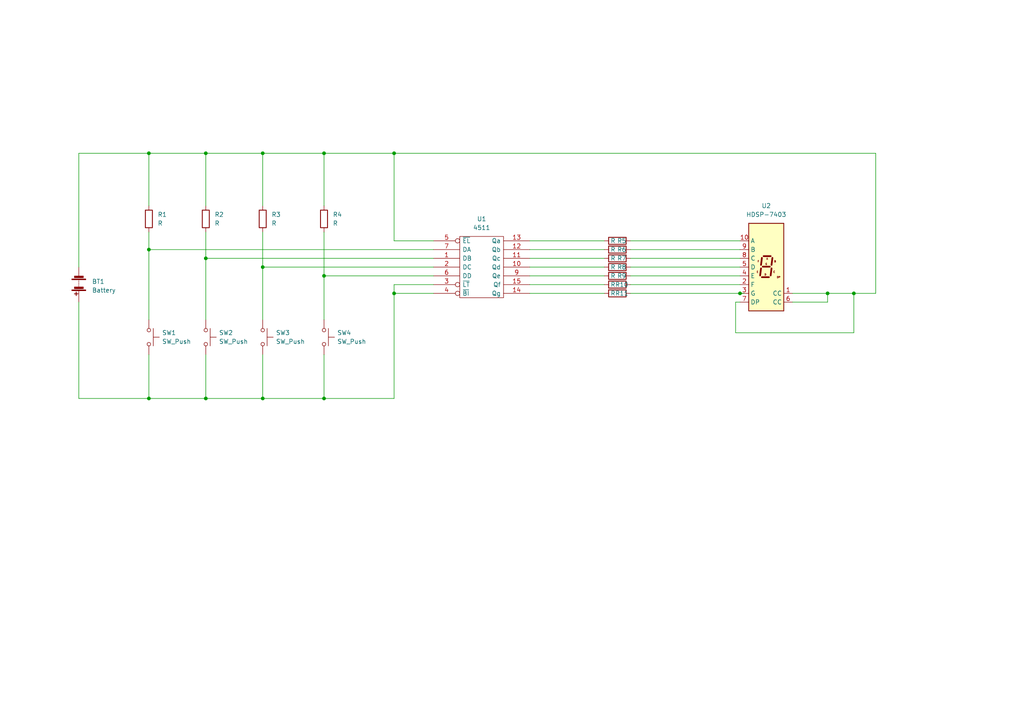
<source format=kicad_sch>
(kicad_sch (version 20211123) (generator eeschema)
  (paper "A4")
  (lib_symbols
    (symbol "4xxx_IEEE:4511" (pin_names (offset 0.762))
      (property "Reference" "U" (at 8.89 11.43 0))
      (property "Value" "4511" (at 8.89 -11.43 0))
      (symbol "4511_0_1"
        (rectangle (start -6.35 8.89) (end 6.35 -8.89))
      )
      (symbol "4511_1_1"
        (pin input line (at -13.97 2.54 0) (length 7.62) (name "DB") (number "1"))
        (pin output line (at 13.97 0 180) (length 7.62) (name "Qd") (number "10"))
        (pin output line (at 13.97 2.54 180) (length 7.62) (name "Qc") (number "11"))
        (pin output line (at 13.97 5.08 180) (length 7.62) (name "Qb") (number "12"))
        (pin output line (at 13.97 7.62 180) (length 7.62) (name "Qa") (number "13"))
        (pin output line (at 13.97 -7.62 180) (length 7.62) (name "Qg") (number "14"))
        (pin output line (at 13.97 -5.08 180) (length 7.62) (name "Qf") (number "15"))
        (pin power_in line (at 0 8.89 270) (length 0) hide (name "Vdd") (number "16"))
        (pin input line (at -13.97 0 0) (length 7.62) (name "DC") (number "2"))
        (pin input inverted (at -13.97 -5.08 0) (length 7.62) (name "~{LT}") (number "3"))
        (pin input inverted (at -13.97 -7.62 0) (length 7.62) (name "~{BI}") (number "4"))
        (pin input inverted (at -13.97 7.62 0) (length 7.62) (name "~{EL}") (number "5"))
        (pin input line (at -13.97 -2.54 0) (length 7.62) (name "DD") (number "6"))
        (pin input line (at -13.97 5.08 0) (length 7.62) (name "DA") (number "7"))
        (pin power_in line (at 0 -8.89 90) (length 0) hide (name "Vss") (number "8"))
        (pin output line (at 13.97 -2.54 180) (length 7.62) (name "Qe") (number "9"))
      )
    )
    (symbol "Device:Battery" (pin_numbers hide) (pin_names (offset 0) hide)
      (property "Reference" "BT" (at 2.54 2.54 0))
      (property "Value" "Battery" (at 2.54 0 0))
      (symbol "Battery_0_1"
        (rectangle (start -2.032 -1.397) (end 2.032 -1.651) (fill (type outline)))
        (rectangle (start -2.032 1.778) (end 2.032 1.524) (fill (type outline)))
        (rectangle (start -1.3208 -1.9812) (end 1.27 -2.4892) (fill (type outline)))
        (rectangle (start -1.3208 1.1938) (end 1.27 0.6858) (fill (type outline)))
        (polyline (pts (xy 0 -1.524) (xy 0 -1.27)))
        (polyline (pts (xy 0 -1.016) (xy 0 -0.762)))
        (polyline (pts (xy 0 -0.508) (xy 0 -0.254)))
        (polyline (pts (xy 0 0) (xy 0 0.254)))
        (polyline (pts (xy 0 0.508) (xy 0 0.762)))
        (polyline (pts (xy 0 1.778) (xy 0 2.54)))
        (polyline (pts (xy 0.254 2.667) (xy 1.27 2.667)) (stroke (width 0.254)))
        (polyline (pts (xy 0.762 3.175) (xy 0.762 2.159)) (stroke (width 0.254)))
      )
      (symbol "Battery_1_1"
        (pin passive line (at 0 5.08 270) (length 2.54) (name "+") (number "1"))
        (pin passive line (at 0 -5.08 90) (length 2.54) (name "-") (number "2"))
      )
    )
    (symbol "Device:R" (pin_numbers hide) (pin_names (offset 0))
      (property "Reference" "R" (at 2.032 0 90))
      (property "Value" "R" (at 0 0 90))
      (symbol "R_0_1"
        (rectangle (start -1.016 -2.54) (end 1.016 2.54) (stroke (width 0.254)))
      )
      (symbol "R_1_1"
        (pin passive line (at 0 3.81 270) (length 1.27) (name "~") (number "1"))
        (pin passive line (at 0 -3.81 90) (length 1.27) (name "~") (number "2"))
      )
    )
    (symbol "Display_Character:HDSP-7403"
      (property "Reference" "U" (at -3.81 13.97 0))
      (property "Value" "HDSP-7403" (at 6.35 13.97 0))
      (symbol "HDSP-7403_1_0"
        (text "A" (at 0.254 2.413 0) (effects (font (size 0.508 0.508))))
        (text "B" (at 2.54 1.651 0) (effects (font (size 0.508 0.508))))
        (text "C" (at 2.286 -1.397 0) (effects (font (size 0.508 0.508))))
        (text "D" (at -0.254 -2.159 0) (effects (font (size 0.508 0.508))))
        (text "DP" (at 3.556 -2.921 0) (effects (font (size 0.508 0.508))))
        (text "E" (at -2.54 -1.397 0) (effects (font (size 0.508 0.508))))
        (text "F" (at -2.286 1.651 0) (effects (font (size 0.508 0.508))))
        (text "G" (at 0 0.889 0) (effects (font (size 0.508 0.508))))
      )
      (symbol "HDSP-7403_1_1"
        (rectangle (start -5.08 12.7) (end 5.08 -12.7) (stroke (width 0.254)) (fill (type background)))
        (polyline (pts (xy -1.524 -0.381) (xy -1.778 -2.413)) (stroke (width 0.508)))
        (polyline (pts (xy -1.27 -2.921) (xy 0.762 -2.921)) (stroke (width 0.508)))
        (polyline (pts (xy -1.27 2.667) (xy -1.524 0.635)) (stroke (width 0.508)))
        (polyline (pts (xy -1.016 0.127) (xy 1.016 0.127)) (stroke (width 0.508)))
        (polyline (pts (xy -0.762 3.175) (xy 1.27 3.175)) (stroke (width 0.508)))
        (polyline (pts (xy 1.524 -0.381) (xy 1.27 -2.413)) (stroke (width 0.508)))
        (polyline (pts (xy 1.778 2.667) (xy 1.524 0.635)) (stroke (width 0.508)))
        (polyline (pts (xy 2.54 -2.921) (xy 2.54 -2.921)) (stroke (width 0.508)))
        (pin input line (at 7.62 -7.62 180) (length 2.54) (name "CC") (number "1"))
        (pin input line (at -7.62 7.62 0) (length 2.54) (name "A") (number "10"))
        (pin input line (at -7.62 -5.08 0) (length 2.54) (name "F") (number "2"))
        (pin input line (at -7.62 -7.62 0) (length 2.54) (name "G") (number "3"))
        (pin input line (at -7.62 -2.54 0) (length 2.54) (name "E") (number "4"))
        (pin input line (at -7.62 0 0) (length 2.54) (name "D") (number "5"))
        (pin input line (at 7.62 -10.16 180) (length 2.54) (name "CC") (number "6"))
        (pin input line (at -7.62 -10.16 0) (length 2.54) (name "DP") (number "7"))
        (pin input line (at -7.62 2.54 0) (length 2.54) (name "C") (number "8"))
        (pin input line (at -7.62 5.08 0) (length 2.54) (name "B") (number "9"))
      )
    )
    (symbol "Switch:SW_Push" (pin_numbers hide) (pin_names (offset 1.016) hide)
      (property "Reference" "SW" (at 1.27 2.54 0))
      (property "Value" "SW_Push" (at 0 -1.524 0))
      (symbol "SW_Push_0_1"
        (circle (center -2.032 0) (radius 0.508))
        (polyline (pts (xy 0 1.27) (xy 0 3.048)))
        (polyline (pts (xy 2.54 1.27) (xy -2.54 1.27)))
        (circle (center 2.032 0) (radius 0.508))
        (pin passive line (at -5.08 0 0) (length 2.54) (name "1") (number "1"))
        (pin passive line (at 5.08 0 180) (length 2.54) (name "2") (number "2"))
      )
    )
  )
  (junction (at 76.2 77.47))
  (junction (at 59.69 74.93))
  (junction (at 93.98 80.01))
  (junction (at 76.2 44.45))
  (junction (at 43.18 44.45))
  (junction (at 59.69 44.45))
  (junction (at 114.3 85.09))
  (junction (at 214.63 85.09))
  (junction (at 93.98 115.57))
  (junction (at 59.69 115.57))
  (junction (at 93.98 44.45))
  (junction (at 240.03 85.09))
  (junction (at 76.2 115.57))
  (junction (at 247.65 85.09))
  (junction (at 43.18 72.39))
  (junction (at 114.3 44.45))
  (junction (at 43.18 115.57))
  (wire (pts (xy 247.65 85.09) (xy 254 85.09)))
  (wire (pts (xy 43.18 44.45) (xy 59.69 44.45)))
  (wire (pts (xy 182.88 80.01) (xy 214.63 80.01)))
  (wire (pts (xy 153.67 74.93) (xy 175.26 74.93)))
  (wire (pts (xy 43.18 115.57) (xy 59.69 115.57)))
  (wire (pts (xy 215.9 85.09) (xy 214.63 85.09)))
  (wire (pts (xy 114.3 44.45) (xy 114.3 69.85)))
  (wire (pts (xy 240.03 85.09) (xy 247.65 85.09)))
  (wire (pts (xy 22.86 44.45) (xy 43.18 44.45)))
  (wire (pts (xy 93.98 59.69) (xy 93.98 44.45)))
  (wire (pts (xy 43.18 72.39) (xy 43.18 92.71)))
  (wire (pts (xy 22.86 115.57) (xy 43.18 115.57)))
  (wire (pts (xy 43.18 67.31) (xy 43.18 72.39)))
  (wire (pts (xy 93.98 102.87) (xy 93.98 115.57)))
  (wire (pts (xy 247.65 96.52) (xy 213.36 96.52)))
  (wire (pts (xy 59.69 44.45) (xy 59.69 59.69)))
  (wire (pts (xy 153.67 77.47) (xy 175.26 77.47)))
  (wire (pts (xy 22.86 87.63) (xy 22.86 115.57)))
  (wire (pts (xy 114.3 69.85) (xy 125.73 69.85)))
  (wire (pts (xy 213.36 87.63) (xy 214.63 87.63)))
  (wire (pts (xy 76.2 44.45) (xy 93.98 44.45)))
  (wire (pts (xy 182.88 74.93) (xy 214.63 74.93)))
  (wire (pts (xy 59.69 67.31) (xy 59.69 74.93)))
  (wire (pts (xy 229.87 85.09) (xy 240.03 85.09)))
  (wire (pts (xy 182.88 77.47) (xy 214.63 77.47)))
  (wire (pts (xy 43.18 44.45) (xy 43.18 59.69)))
  (wire (pts (xy 182.88 69.85) (xy 214.63 69.85)))
  (wire (pts (xy 182.88 82.55) (xy 214.63 82.55)))
  (wire (pts (xy 153.67 72.39) (xy 175.26 72.39)))
  (wire (pts (xy 114.3 44.45) (xy 254 44.45)))
  (wire (pts (xy 76.2 67.31) (xy 76.2 77.47)))
  (wire (pts (xy 153.67 85.09) (xy 175.26 85.09)))
  (wire (pts (xy 59.69 74.93) (xy 125.73 74.93)))
  (wire (pts (xy 153.67 82.55) (xy 175.26 82.55)))
  (wire (pts (xy 59.69 115.57) (xy 76.2 115.57)))
  (wire (pts (xy 182.88 72.39) (xy 214.63 72.39)))
  (wire (pts (xy 114.3 82.55) (xy 114.3 85.09)))
  (wire (pts (xy 240.03 85.09) (xy 240.03 87.63)))
  (wire (pts (xy 125.73 85.09) (xy 114.3 85.09)))
  (wire (pts (xy 93.98 80.01) (xy 93.98 92.71)))
  (wire (pts (xy 93.98 115.57) (xy 114.3 115.57)))
  (wire (pts (xy 182.88 85.09) (xy 214.63 85.09)))
  (wire (pts (xy 247.65 85.09) (xy 247.65 96.52)))
  (wire (pts (xy 22.86 77.47) (xy 22.86 44.45)))
  (wire (pts (xy 76.2 102.87) (xy 76.2 115.57)))
  (wire (pts (xy 76.2 44.45) (xy 76.2 59.69)))
  (wire (pts (xy 93.98 80.01) (xy 125.73 80.01)))
  (wire (pts (xy 43.18 102.87) (xy 43.18 115.57)))
  (wire (pts (xy 93.98 67.31) (xy 93.98 80.01)))
  (wire (pts (xy 125.73 77.47) (xy 76.2 77.47)))
  (wire (pts (xy 59.69 44.45) (xy 76.2 44.45)))
  (wire (pts (xy 254 44.45) (xy 254 85.09)))
  (wire (pts (xy 213.36 96.52) (xy 213.36 87.63)))
  (wire (pts (xy 76.2 115.57) (xy 93.98 115.57)))
  (wire (pts (xy 59.69 102.87) (xy 59.69 115.57)))
  (wire (pts (xy 229.87 87.63) (xy 240.03 87.63)))
  (wire (pts (xy 76.2 77.47) (xy 76.2 92.71)))
  (wire (pts (xy 114.3 82.55) (xy 125.73 82.55)))
  (wire (pts (xy 125.73 72.39) (xy 43.18 72.39)))
  (wire (pts (xy 114.3 85.09) (xy 114.3 115.57)))
  (wire (pts (xy 153.67 80.01) (xy 175.26 80.01)))
  (wire (pts (xy 153.67 69.85) (xy 175.26 69.85)))
  (wire (pts (xy 59.69 74.93) (xy 59.69 92.71)))
  (wire (pts (xy 93.98 44.45) (xy 114.3 44.45)))
  (symbol (lib_id "Device:R") (at 179.07 85.09 90) (unit 1)
    (property "Reference" "R11" (at 180.34 85.09 90))
    (property "Value" "R" (at 177.8 85.09 90))
    (property "Footprint" "Resistor_SMD:R_0201_0603Metric" (effects hide))
  )
  (symbol (lib_id "Device:R") (at 179.07 69.85 90) (unit 1)
    (property "Reference" "R5" (at 180.34 69.85 90))
    (property "Value" "R" (at 177.8 69.85 90))
    (property "Footprint" "Resistor_SMD:R_0201_0603Metric" (effects hide))
  )
  (symbol (lib_id "Device:R") (at 179.07 80.01 90) (unit 1)
    (property "Reference" "R9" (at 180.34 80.01 90))
    (property "Value" "R" (at 177.8 80.01 90))
    (property "Footprint" "Resistor_SMD:R_0201_0603Metric" (effects hide))
  )
  (symbol (lib_id "Switch:SW_Push") (at 93.98 97.79 270) (unit 1)
    (property "Reference" "SW4" (at 97.79 96.5199 90) (effects (justify left)))
    (property "Value" "SW_Push" (at 97.79 99.0599 90) (effects (justify left)))
    (property "Footprint" "Button_Switch_SMD:Nidec_Copal_SH-7010A" (effects hide))
  )
  (symbol (lib_id "Device:R") (at 59.69 63.5 0) (unit 1)
    (property "Reference" "R2" (at 62.23 62.2299 0) (effects (justify left)))
    (property "Value" "R" (at 62.23 64.7699 0) (effects (justify left)))
    (property "Footprint" "Resistor_SMD:R_0201_0603Metric" (effects hide))
  )
  (symbol (lib_id "Device:Battery") (at 22.86 82.55 180) (unit 1)
    (property "Reference" "BT1" (at 26.67 81.6609 0) (effects (justify right)))
    (property "Value" "Battery" (at 26.67 84.2009 0) (effects (justify right)))
    (property "Footprint" "Battery:BatteryHolder_Bulgin_BX0036_1xC" (effects hide))
  )
  (symbol (lib_id "Device:R") (at 93.98 63.5 0) (unit 1)
    (property "Reference" "R4" (at 96.52 62.2299 0) (effects (justify left)))
    (property "Value" "R" (at 96.52 64.7699 0) (effects (justify left)))
    (property "Footprint" "Resistor_SMD:R_0201_0603Metric" (effects hide))
  )
  (symbol (lib_id "Device:R") (at 43.18 63.5 0) (unit 1)
    (property "Reference" "R1" (at 45.72 62.2299 0) (effects (justify left)))
    (property "Value" "R" (at 45.72 64.7699 0) (effects (justify left)))
    (property "Footprint" "Resistor_SMD:R_0201_0603Metric" (effects hide))
  )
  (symbol (lib_id "Switch:SW_Push") (at 43.18 97.79 270) (unit 1)
    (property "Reference" "SW1" (at 46.99 96.5199 90) (effects (justify left)))
    (property "Value" "SW_Push" (at 46.99 99.0599 90) (effects (justify left)))
    (property "Footprint" "Button_Switch_SMD:Nidec_Copal_SH-7010A" (effects hide))
  )
  (symbol (lib_id "4xxx_IEEE:4511") (at 139.7 77.47 0) (unit 1)
    (property "Reference" "U1" (at 139.7 63.5 0))
    (property "Value" "4511" (at 139.7 66.04 0))
  )
  (symbol (lib_id "Device:R") (at 179.07 72.39 90) (unit 1)
    (property "Reference" "R6" (at 180.34 72.39 90))
    (property "Value" "R" (at 177.8 72.39 90))
    (property "Footprint" "Resistor_SMD:R_0201_0603Metric" (effects hide))
  )
  (symbol (lib_id "Device:R") (at 76.2 63.5 0) (unit 1)
    (property "Reference" "R3" (at 78.74 62.2299 0) (effects (justify left)))
    (property "Value" "R" (at 78.74 64.7699 0) (effects (justify left)))
    (property "Footprint" "Resistor_SMD:R_0201_0603Metric" (effects hide))
  )
  (symbol (lib_id "Display_Character:HDSP-7403") (at 222.25 77.47 0) (unit 1)
    (property "Reference" "U2" (at 222.25 59.69 0))
    (property "Value" "HDSP-7403" (at 222.25 62.23 0))
    (property "Footprint" "Display_7Segment:HDSP-7401" (effects hide))
    (property "Datasheet" "https://docs.broadcom.com/docs/AV02-2553EN" (effects hide))
  )
  (symbol (lib_id "Switch:SW_Push") (at 76.2 97.79 270) (unit 1)
    (property "Reference" "SW3" (at 80.01 96.5199 90) (effects (justify left)))
    (property "Value" "SW_Push" (at 80.01 99.0599 90) (effects (justify left)))
    (property "Footprint" "Button_Switch_SMD:Nidec_Copal_SH-7010A" (effects hide))
  )
  (symbol (lib_id "Device:R") (at 179.07 77.47 90) (unit 1)
    (property "Reference" "R8" (at 180.34 77.47 90))
    (property "Value" "R" (at 177.8 77.47 90))
    (property "Footprint" "Resistor_SMD:R_0201_0603Metric" (effects hide))
  )
  (symbol (lib_id "Switch:SW_Push") (at 59.69 97.79 270) (unit 1)
    (property "Reference" "SW2" (at 63.5 96.5199 90) (effects (justify left)))
    (property "Value" "SW_Push" (at 63.5 99.0599 90) (effects (justify left)))
    (property "Footprint" "Button_Switch_SMD:Nidec_Copal_SH-7010A" (effects hide))
  )
  (symbol (lib_id "Device:R") (at 179.07 82.55 90) (unit 1)
    (property "Reference" "R10" (at 180.34 82.55 90))
    (property "Value" "R" (at 177.8 82.55 90))
    (property "Footprint" "Resistor_SMD:R_0201_0603Metric" (effects hide))
  )
  (symbol (lib_id "Device:R") (at 179.07 74.93 90) (unit 1)
    (property "Reference" "R7" (at 180.34 74.93 90))
    (property "Value" "R" (at 177.8 74.93 90))
    (property "Footprint" "Resistor_SMD:R_0201_0603Metric" (effects hide))
  )
)
</source>
